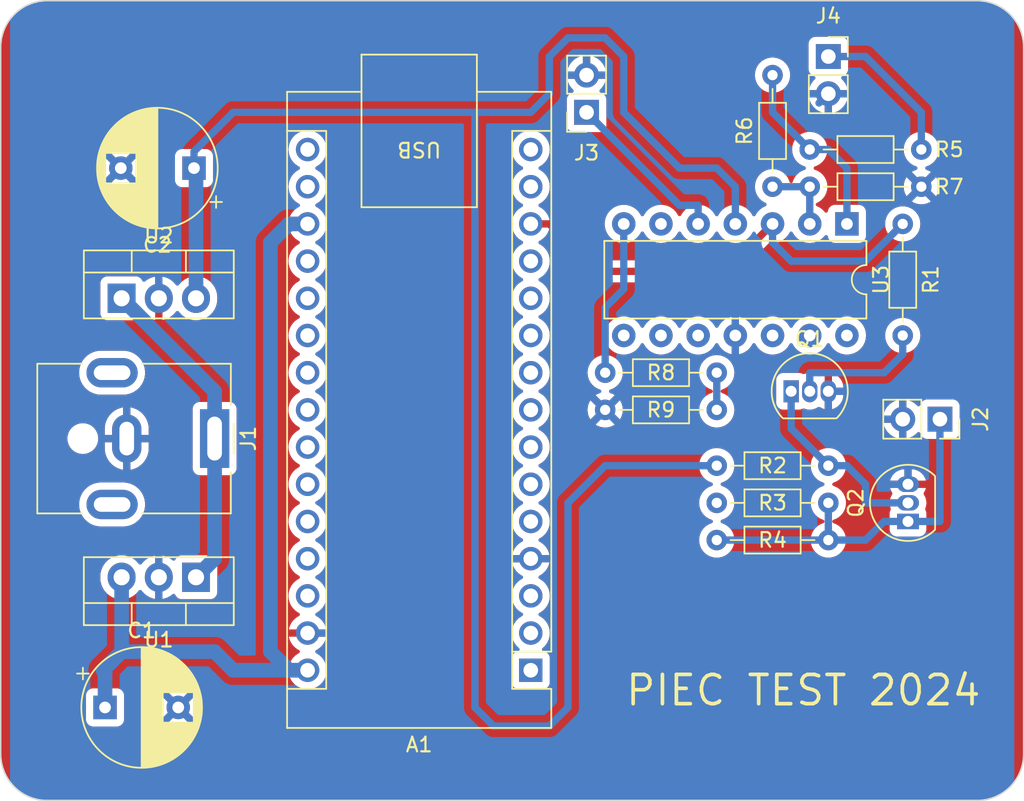
<source format=kicad_pcb>
(kicad_pcb (version 20221018) (generator pcbnew)
  (layers (0 "F.Cu" signal) (31 "B.Cu" signal) (34 "B.Paste" user) (35 "F.Paste" user) (36 "B.SilkS" user "B.Silkscreen") (37 "F.SilkS" user "F.Silkscreen") (38 "B.Mask" user) (39 "F.Mask" user) (44 "Edge.Cuts" user))
  (net 0 "")
  (net 4 "GND")
  (net 13 "D10")
  (net 18 "+5V")
  (net 29 "+8V")
  (net 30 "+12V")
  (net 31 "PWM_OUT_100_1")
  (net 32 "PWM_OUT_100_2")
  (net 33 "Net-(Q1-C)")
  (net 34 "Net-(R8-Pad1)")
  (net 35 "Net-(U3B--)")
  (net 42 "Net-(Q1-B)")
  (net 43 "Net-(R5-Pad2)")
  (net 44 "Net-(U3A--)")
  (net 45 "Net-(J3-Pin_1)")
  (footprint "Resistor_THT:R_Axial_DIN0204_L3.6mm_D1.6mm_P7.62mm_Horizontal" (layer "F.Cu") (at 92.71 60.96 -90)
    (fp_text reference "R1" (at 3.81 -1.92 90) (layer "F.SilkS"))
    (fp_text value "1k")
    (pad "1" thru_hole circle (at 0 0 270) (size 1.4 1.4) (drill 0.7) (layers "*.Cu" "*.Mask") (net 13 "D10"))
    (pad "2" thru_hole oval (at 7.62 0 270) (size 1.4 1.4) (drill 0.7) (layers "*.Cu" "*.Mask") (net 42 "Net-(Q1-B)"))
  )
  (footprint "Connector_PinSocket_2.54mm:PinSocket_1x02_P2.54mm_Vertical" (layer "F.Cu") (at 71.12 53.34 180)
    (fp_text reference "J3" (at 0 -2.77) (layer "F.SilkS"))
    (fp_text value "PWM_IN")
    (pad "1" thru_hole rect (at 0 0 180) (size 1.7 1.7) (drill 1) (layers "*.Cu" "*.Mask") (net 45 "Net-(J3-Pin_1)"))
    (pad "2" thru_hole oval (at 0 2.54 180) (size 1.7 1.7) (drill 1) (layers "*.Cu" "*.Mask") (net 4 "GND"))
  )
  (footprint "Package_TO_SOT_THT:TO-220-3_Vertical" (layer "F.Cu") (at 39.37 66.04)
    (fp_text reference "U2" (at 2.54 -4.27) (layer "F.SilkS"))
    (fp_text value "LM7808_TO220")
    (pad "1" thru_hole rect (at 0 0) (size 1.905 2) (drill 1.1) (layers "*.Cu" "*.Mask") (net 30 "+12V"))
    (pad "2" thru_hole oval (at 2.54 0) (size 1.905 2) (drill 1.1) (layers "*.Cu" "*.Mask") (net 4 "GND"))
    (pad "3" thru_hole oval (at 5.08 0) (size 1.905 2) (drill 1.1) (layers "*.Cu" "*.Mask") (net 29 "+8V"))
  )
  (footprint "Module:Arduino_Nano" (layer "F.Cu") (at 67.31 91.44 180)
    (fp_text reference "A1" (at 7.62 -5.08) (layer "F.SilkS"))
    (fp_text value "Arduino_Nano_v3.x")
    (fp_text user "USB" (at 7.62 35.56 180 unlocked) (layer "F.SilkS"))
    (pad "1" thru_hole rect (at 0 0 180) (size 1.6 1.6) (drill 1) (layers "*.Cu" "*.Mask"))
    (pad "2" thru_hole oval (at 0 2.54 180) (size 1.6 1.6) (drill 1) (layers "*.Cu" "*.Mask"))
    (pad "3" thru_hole oval (at 0 5.08 180) (size 1.6 1.6) (drill 1) (layers "*.Cu" "*.Mask"))
    (pad "4" thru_hole oval (at 0 7.62 180) (size 1.6 1.6) (drill 1) (layers "*.Cu" "*.Mask") (net 4 "GND"))
    (pad "5" thru_hole oval (at 0 10.16 180) (size 1.6 1.6) (drill 1) (layers "*.Cu" "*.Mask"))
    (pad "6" thru_hole oval (at 0 12.7 180) (size 1.6 1.6) (drill 1) (layers "*.Cu" "*.Mask"))
    (pad "7" thru_hole oval (at 0 15.24 180) (size 1.6 1.6) (drill 1) (layers "*.Cu" "*.Mask"))
    (pad "8" thru_hole oval (at 0 17.78 180) (size 1.6 1.6) (drill 1) (layers "*.Cu" "*.Mask"))
    (pad "9" thru_hole oval (at 0 20.32 180) (size 1.6 1.6) (drill 1) (layers "*.Cu" "*.Mask"))
    (pad "10" thru_hole oval (at 0 22.86 180) (size 1.6 1.6) (drill 1) (layers "*.Cu" "*.Mask"))
    (pad "11" thru_hole oval (at 0 25.4 180) (size 1.6 1.6) (drill 1) (layers "*.Cu" "*.Mask"))
    (pad "12" thru_hole oval (at 0 27.94 180) (size 1.6 1.6) (drill 1) (layers "*.Cu" "*.Mask"))
    (pad "13" thru_hole oval (at 0 30.48 180) (size 1.6 1.6) (drill 1) (layers "*.Cu" "*.Mask") (net 13 "D10"))
    (pad "14" thru_hole oval (at 0 33.02 180) (size 1.6 1.6) (drill 1) (layers "*.Cu" "*.Mask"))
    (pad "15" thru_hole oval (at 0 35.56 180) (size 1.6 1.6) (drill 1) (layers "*.Cu" "*.Mask"))
    (pad "16" thru_hole oval (at 15.24 35.56 180) (size 1.6 1.6) (drill 1) (layers "*.Cu" "*.Mask"))
    (pad "17" thru_hole oval (at 15.24 33.02 180) (size 1.6 1.6) (drill 1) (layers "*.Cu" "*.Mask"))
    (pad "18" thru_hole oval (at 15.24 30.48 180) (size 1.6 1.6) (drill 1) (layers "*.Cu" "*.Mask") (net 18 "+5V"))
    (pad "19" thru_hole oval (at 15.24 27.94 180) (size 1.6 1.6) (drill 1) (layers "*.Cu" "*.Mask"))
    (pad "20" thru_hole oval (at 15.24 25.4 180) (size 1.6 1.6) (drill 1) (layers "*.Cu" "*.Mask"))
    (pad "21" thru_hole oval (at 15.24 22.86 180) (size 1.6 1.6) (drill 1) (layers "*.Cu" "*.Mask"))
    (pad "22" thru_hole oval (at 15.24 20.32 180) (size 1.6 1.6) (drill 1) (layers "*.Cu" "*.Mask"))
    (pad "23" thru_hole oval (at 15.24 17.78 180) (size 1.6 1.6) (drill 1) (layers "*.Cu" "*.Mask"))
    (pad "24" thru_hole oval (at 15.24 15.24 180) (size 1.6 1.6) (drill 1) (layers "*.Cu" "*.Mask"))
    (pad "25" thru_hole oval (at 15.24 12.7 180) (size 1.6 1.6) (drill 1) (layers "*.Cu" "*.Mask"))
    (pad "26" thru_hole oval (at 15.24 10.16 180) (size 1.6 1.6) (drill 1) (layers "*.Cu" "*.Mask"))
    (pad "27" thru_hole oval (at 15.24 7.62 180) (size 1.6 1.6) (drill 1) (layers "*.Cu" "*.Mask"))
    (pad "28" thru_hole oval (at 15.24 5.08 180) (size 1.6 1.6) (drill 1) (layers "*.Cu" "*.Mask"))
    (pad "29" thru_hole oval (at 15.24 2.54 180) (size 1.6 1.6) (drill 1) (layers "*.Cu" "*.Mask") (net 4 "GND"))
    (pad "30" thru_hole oval (at 15.24 0 180) (size 1.6 1.6) (drill 1) (layers "*.Cu" "*.Mask") (net 18 "+5V"))
  )
  (footprint "Connector_PinSocket_2.54mm:PinSocket_1x02_P2.54mm_Vertical" (layer "F.Cu") (at 95.25 74.295 -90)
    (fp_text reference "J2" (at 0 -2.77 -270) (layer "F.SilkS"))
    (fp_text value "OUT_TRANSISTOR")
    (pad "1" thru_hole rect (at 0 0 270) (size 1.7 1.7) (drill 1) (layers "*.Cu" "*.Mask") (net 31 "PWM_OUT_100_1"))
    (pad "2" thru_hole oval (at 0 2.54 270) (size 1.7 1.7) (drill 1) (layers "*.Cu" "*.Mask") (net 4 "GND"))
  )
  (footprint "Resistor_THT:R_Axial_DIN0204_L3.6mm_D1.6mm_P7.62mm_Horizontal" (layer "F.Cu") (at 93.98 58.42 180)
    (fp_text reference "R7" (at -1.905 0) (layer "F.SilkS"))
    (fp_text value "1k")
    (pad "1" thru_hole circle (at 0 0 180) (size 1.4 1.4) (drill 0.7) (layers "*.Cu" "*.Mask") (net 4 "GND"))
    (pad "2" thru_hole oval (at 7.62 0 180) (size 1.4 1.4) (drill 0.7) (layers "*.Cu" "*.Mask") (net 44 "Net-(U3A--)"))
  )
  (footprint "Connector_PinSocket_2.54mm:PinSocket_1x02_P2.54mm_Vertical" (layer "F.Cu") (at 87.63 49.53)
    (fp_text reference "J4" (at 0 -2.77) (layer "F.SilkS"))
    (fp_text value "OUT_OPAMP")
    (pad "1" thru_hole rect (at 0 0) (size 1.7 1.7) (drill 1) (layers "*.Cu" "*.Mask") (net 32 "PWM_OUT_100_2"))
    (pad "2" thru_hole oval (at 0 2.54) (size 1.7 1.7) (drill 1) (layers "*.Cu" "*.Mask") (net 4 "GND"))
  )
  (footprint "Resistor_THT:R_Axial_DIN0204_L3.6mm_D1.6mm_P7.62mm_Horizontal" (layer "F.Cu") (at 87.63 80.01 180)
    (fp_text reference "R3" (at 3.81 0) (layer "F.SilkS"))
    (fp_text value "500R")
    (pad "1" thru_hole circle (at 0 0 180) (size 1.4 1.4) (drill 0.7) (layers "*.Cu" "*.Mask") (net 31 "PWM_OUT_100_1"))
    (pad "2" thru_hole oval (at 7.62 0 180) (size 1.4 1.4) (drill 0.7) (layers "*.Cu" "*.Mask") (net 29 "+8V"))
  )
  (footprint "Resistor_THT:R_Axial_DIN0204_L3.6mm_D1.6mm_P7.62mm_Horizontal" (layer "F.Cu") (at 80.01 82.55)
    (fp_text reference "R4" (at 3.81 0) (layer "F.SilkS"))
    (fp_text value "0R")
    (pad "1" thru_hole circle (at 0 0) (size 1.4 1.4) (drill 0.7) (layers "*.Cu" "*.Mask") (net 31 "PWM_OUT_100_1"))
    (pad "2" thru_hole oval (at 7.62 0) (size 1.4 1.4) (drill 0.7) (layers "*.Cu" "*.Mask") (net 31 "PWM_OUT_100_1"))
  )
  (footprint "Resistor_THT:R_Axial_DIN0204_L3.6mm_D1.6mm_P7.62mm_Horizontal" (layer "F.Cu") (at 72.39 73.66)
    (fp_text reference "R9" (at 3.81 0) (layer "F.SilkS"))
    (fp_text value "25k")
    (pad "1" thru_hole circle (at 0 0) (size 1.4 1.4) (drill 0.7) (layers "*.Cu" "*.Mask") (net 4 "GND"))
    (pad "2" thru_hole oval (at 7.62 0) (size 1.4 1.4) (drill 0.7) (layers "*.Cu" "*.Mask") (net 34 "Net-(R8-Pad1)"))
  )
  (footprint "Resistor_THT:R_Axial_DIN0204_L3.6mm_D1.6mm_P7.62mm_Horizontal" (layer "F.Cu") (at 80.01 71.12 180)
    (fp_text reference "R8" (at 3.81 0) (layer "F.SilkS"))
    (fp_text value "15k")
    (pad "1" thru_hole circle (at 0 0 180) (size 1.4 1.4) (drill 0.7) (layers "*.Cu" "*.Mask") (net 34 "Net-(R8-Pad1)"))
    (pad "2" thru_hole oval (at 7.62 0 180) (size 1.4 1.4) (drill 0.7) (layers "*.Cu" "*.Mask") (net 35 "Net-(U3B--)"))
  )
  (footprint "Capacitor_THT:CP_Radial_D8.0mm_P5.00mm" (layer "F.Cu") (at 38.237349 93.98)
    (fp_text reference "C1" (at 2.5 -5.25) (layer "F.SilkS"))
    (fp_text value "C_Polarized")
    (pad "1" thru_hole rect (at 0 0) (size 1.6 1.6) (drill 0.8) (layers "*.Cu" "*.Mask") (net 18 "+5V"))
    (pad "2" thru_hole circle (at 5 0) (size 1.6 1.6) (drill 0.8) (layers "*.Cu" "*.Mask") (net 4 "GND"))
  )
  (footprint "Package_DIP:DIP-14_W7.62mm" (layer "F.Cu") (at 88.9 60.96 -90)
    (fp_text reference "U3" (at 3.81 -2.33 90) (layer "F.SilkS"))
    (fp_text value "LM324")
    (pad "1" thru_hole rect (at 0 0 270) (size 1.6 1.6) (drill 0.8) (layers "*.Cu" "*.Mask") (net 43 "Net-(R5-Pad2)"))
    (pad "2" thru_hole oval (at 0 2.54 270) (size 1.6 1.6) (drill 0.8) (layers "*.Cu" "*.Mask") (net 44 "Net-(U3A--)"))
    (pad "3" thru_hole oval (at 0 5.08 270) (size 1.6 1.6) (drill 0.8) (layers "*.Cu" "*.Mask") (net 13 "D10"))
    (pad "4" thru_hole oval (at 0 7.62 270) (size 1.6 1.6) (drill 0.8) (layers "*.Cu" "*.Mask") (net 29 "+8V"))
    (pad "5" thru_hole oval (at 0 10.16 270) (size 1.6 1.6) (drill 0.8) (layers "*.Cu" "*.Mask") (net 45 "Net-(J3-Pin_1)"))
    (pad "6" thru_hole oval (at 0 12.7 270) (size 1.6 1.6) (drill 0.8) (layers "*.Cu" "*.Mask") (net 35 "Net-(U3B--)"))
    (pad "7" thru_hole oval (at 0 15.24 270) (size 1.6 1.6) (drill 0.8) (layers "*.Cu" "*.Mask") (net 35 "Net-(U3B--)"))
    (pad "8" thru_hole oval (at 7.62 15.24 270) (size 1.6 1.6) (drill 0.8) (layers "*.Cu" "*.Mask"))
    (pad "9" thru_hole oval (at 7.62 12.7 270) (size 1.6 1.6) (drill 0.8) (layers "*.Cu" "*.Mask"))
    (pad "10" thru_hole oval (at 7.62 10.16 270) (size 1.6 1.6) (drill 0.8) (layers "*.Cu" "*.Mask"))
    (pad "11" thru_hole oval (at 7.62 7.62 270) (size 1.6 1.6) (drill 0.8) (layers "*.Cu" "*.Mask") (net 4 "GND"))
    (pad "12" thru_hole oval (at 7.62 5.08 270) (size 1.6 1.6) (drill 0.8) (layers "*.Cu" "*.Mask"))
    (pad "13" thru_hole oval (at 7.62 2.54 270) (size 1.6 1.6) (drill 0.8) (layers "*.Cu" "*.Mask"))
    (pad "14" thru_hole oval (at 7.62 0 270) (size 1.6 1.6) (drill 0.8) (layers "*.Cu" "*.Mask"))
  )
  (footprint "Resistor_THT:R_Axial_DIN0204_L3.6mm_D1.6mm_P7.62mm_Horizontal" (layer "F.Cu") (at 87.63 77.47 180)
    (fp_text reference "R2" (at 3.81 0) (layer "F.SilkS"))
    (fp_text value "1k")
    (pad "1" thru_hole circle (at 0 0 180) (size 1.4 1.4) (drill 0.7) (layers "*.Cu" "*.Mask") (net 33 "Net-(Q1-C)"))
    (pad "2" thru_hole oval (at 7.62 0 180) (size 1.4 1.4) (drill 0.7) (layers "*.Cu" "*.Mask") (net 29 "+8V"))
  )
  (footprint "Capacitor_THT:CP_Radial_D8.0mm_P5.00mm" (layer "F.Cu") (at 44.312651 57.15 180)
    (fp_text reference "C2" (at 2.5 -5.25) (layer "F.SilkS"))
    (fp_text value "C_Polarized")
    (pad "1" thru_hole rect (at 0 0 180) (size 1.6 1.6) (drill 0.8) (layers "*.Cu" "*.Mask") (net 29 "+8V"))
    (pad "2" thru_hole circle (at 5 0 180) (size 1.6 1.6) (drill 0.8) (layers "*.Cu" "*.Mask") (net 4 "GND"))
  )
  (footprint "Connector_BarrelJack:BarrelJack_CUI_PJ-063AH_Horizontal" (layer "F.Cu") (at 45.72 75.62 -90)
    (fp_text reference "J1" (at 0 -2.3 90) (layer "F.SilkS"))
    (fp_text value "Jack-DC")
    (pad "" np_thru_hole circle (at 0 9 270) (size 1.6 1.6) (drill 1.6) (layers "*.Cu" "*.Mask"))
    (pad "1" thru_hole rect (at 0 0 270) (size 4 2) (drill oval 3 1) (layers "*.Cu" "*.Mask") (net 30 "+12V"))
    (pad "2" thru_hole oval (at 0 6 270) (size 3.3 2) (drill oval 2.3 1) (layers "*.Cu" "*.Mask") (net 4 "GND"))
    (pad "MP" thru_hole oval (at -4.5 7 270) (size 2 3.5) (drill oval 1 2.5) (layers "*.Cu" "*.Mask"))
    (pad "MP" thru_hole oval (at 4.5 7 270) (size 2 3.5) (drill oval 1 2.5) (layers "*.Cu" "*.Mask"))
  )
  (footprint "Resistor_THT:R_Axial_DIN0204_L3.6mm_D1.6mm_P7.62mm_Horizontal" (layer "F.Cu") (at 83.82 58.42 90)
    (fp_text reference "R6" (at 3.81 -1.92 90) (layer "F.SilkS"))
    (fp_text value "1k")
    (pad "1" thru_hole circle (at 0 0 90) (size 1.4 1.4) (drill 0.7) (layers "*.Cu" "*.Mask") (net 44 "Net-(U3A--)"))
    (pad "2" thru_hole oval (at 7.62 0 90) (size 1.4 1.4) (drill 0.7) (layers "*.Cu" "*.Mask") (net 43 "Net-(R5-Pad2)"))
  )
  (footprint "Package_TO_SOT_THT:TO-220-3_Vertical" (layer "F.Cu") (at 44.45 85.09 180)
    (fp_text reference "U1" (at 2.54 -4.27) (layer "F.SilkS"))
    (fp_text value "LM7805_TO220")
    (pad "1" thru_hole rect (at 0 0 180) (size 1.905 2) (drill 1.1) (layers "*.Cu" "*.Mask") (net 30 "+12V"))
    (pad "2" thru_hole oval (at 2.54 0 180) (size 1.905 2) (drill 1.1) (layers "*.Cu" "*.Mask") (net 4 "GND"))
    (pad "3" thru_hole oval (at 5.08 0 180) (size 1.905 2) (drill 1.1) (layers "*.Cu" "*.Mask") (net 18 "+5V"))
  )
  (footprint "Package_TO_SOT_THT:TO-92_Inline" (layer "F.Cu") (at 93.07 81.28 90)
    (fp_text reference "Q2" (at 1.27 -3.56 90) (layer "F.SilkS"))
    (fp_text value "BC547")
    (pad "1" thru_hole rect (at 0 0 90) (size 1.05 1.5) (drill 0.75) (layers "*.Cu" "*.Mask") (net 31 "PWM_OUT_100_1"))
    (pad "2" thru_hole oval (at 1.27 0 90) (size 1.05 1.5) (drill 0.75) (layers "*.Cu" "*.Mask") (net 33 "Net-(Q1-C)"))
    (pad "3" thru_hole oval (at 2.54 0 90) (size 1.05 1.5) (drill 0.75) (layers "*.Cu" "*.Mask") (net 4 "GND"))
  )
  (footprint "Resistor_THT:R_Axial_DIN0204_L3.6mm_D1.6mm_P7.62mm_Horizontal" (layer "F.Cu") (at 93.98 55.88 180)
    (fp_text reference "R5" (at -1.905 0) (layer "F.SilkS"))
    (fp_text value "500R")
    (pad "1" thru_hole circle (at 0 0 180) (size 1.4 1.4) (drill 0.7) (layers "*.Cu" "*.Mask") (net 32 "PWM_OUT_100_2"))
    (pad "2" thru_hole oval (at 7.62 0 180) (size 1.4 1.4) (drill 0.7) (layers "*.Cu" "*.Mask") (net 43 "Net-(R5-Pad2)"))
  )
  (footprint "Package_TO_SOT_THT:TO-92_Inline" (layer "F.Cu") (at 85.09 72.39)
    (fp_text reference "Q1" (at 1.27 -3.56) (layer "F.SilkS"))
    (fp_text value "BC547")
    (pad "1" thru_hole rect (at 0 0) (size 1.05 1.5) (drill 0.75) (layers "*.Cu" "*.Mask") (net 33 "Net-(Q1-C)"))
    (pad "2" thru_hole oval (at 1.27 0) (size 1.05 1.5) (drill 0.75) (layers "*.Cu" "*.Mask") (net 42 "Net-(Q1-B)"))
    (pad "3" thru_hole oval (at 2.54 0) (size 1.05 1.5) (drill 0.75) (layers "*.Cu" "*.Mask") (net 4 "GND"))
  )
  (gr_line (start 97.79 45.72) (end 34.29 45.72) (stroke (width 0.1)) (layer "Edge.Cuts"))
  (gr_line (start 31.115 48.895) (end 31.115 97.155) (stroke (width 0.1)) (layer "Edge.Cuts"))
  (gr_line (start 34.29 100.33) (end 97.79 100.33) (stroke (width 0.1)) (layer "Edge.Cuts"))
  (gr_arc (start 97.79 45.72) (mid 100.035064 46.649936) (end 100.965 48.895) (stroke (width 0.1)) (layer "Edge.Cuts"))
  (gr_arc (start 100.965 97.155) (mid 100.035064 99.400064) (end 97.79 100.33) (stroke (width 0.1)) (layer "Edge.Cuts"))
  (gr_arc (start 31.115 48.895) (mid 32.044936 46.649936) (end 34.29 45.72) (stroke (width 0.1)) (layer "Edge.Cuts"))
  (gr_line (start 100.965 97.155) (end 100.965 48.895) (stroke (width 0.1)) (layer "Edge.Cuts"))
  (gr_arc (start 34.29 100.33) (mid 32.044936 99.400064) (end 31.115 97.155) (stroke (width 0.1)) (layer "Edge.Cuts"))
  (gr_text "PIEC TEST 2024" (at 73.66 93.98) (layer "F.SilkS") (effects (font (size 2 2) (thickness 0.25)) (justify left bottom)))
  (segment (start 86.995 52.705) (end 87.63 52.07) (width 0.5) (layer "B.Cu") (net 4))
  (segment (start 69.85 63.5) (end 69.85 62.23) (width 0.5) (layer "F.Cu") (net 13))
  (segment (start 83.82 60.96) (end 80.58 64.2) (width 0.5) (layer "F.Cu") (net 13))
  (segment (start 70.55 64.2) (end 69.85 63.5) (width 0.5) (layer "F.Cu") (net 13))
  (segment (start 69.85 62.23) (end 68.58 60.96) (width 0.5) (layer "F.Cu") (net 13))
  (segment (start 80.58 64.2) (end 70.55 64.2) (width 0.5) (layer "F.Cu") (net 13))
  (segment (start 68.58 60.96) (end 67.31 60.96) (width 0.5) (layer "F.Cu") (net 13))
  (segment (start 83.82 62.23) (end 85.09 63.5) (width 0.5) (layer "B.Cu") (net 13))
  (segment (start 90.17 63.5) (end 92.71 60.96) (width 0.5) (layer "B.Cu") (net 13))
  (segment (start 85.09 63.5) (end 90.17 63.5) (width 0.5) (layer "B.Cu") (net 13))
  (segment (start 83.82 60.96) (end 83.82 62.23) (width 0.5) (layer "B.Cu") (net 13))
  (segment (start 39.37 85.09) (end 39.37 90.17) (width 1) (layer "B.Cu") (net 18))
  (segment (start 45.72 90.17) (end 39.37 90.17) (width 1) (layer "B.Cu") (net 18))
  (segment (start 52.07 91.44) (end 46.99 91.44) (width 1) (layer "B.Cu") (net 18))
  (segment (start 39.37 90.17) (end 38.1 91.44) (width 1) (layer "B.Cu") (net 18))
  (segment (start 50.8 91.44) (end 52.07 91.44) (width 1) (layer "B.Cu") (net 18))
  (segment (start 52.07 60.96) (end 50.8 60.96) (width 1) (layer "B.Cu") (net 18))
  (segment (start 49.53 90.17) (end 50.8 91.44) (width 1) (layer "B.Cu") (net 18))
  (segment (start 38.237349 91.577349) (end 38.237349 93.98) (width 1) (layer "B.Cu") (net 18))
  (segment (start 46.99 91.44) (end 45.72 90.17) (width 1) (layer "B.Cu") (net 18))
  (segment (start 38.1 91.44) (end 38.237349 91.577349) (width 1) (layer "B.Cu") (net 18))
  (segment (start 50.8 60.96) (end 49.53 62.23) (width 1) (layer "B.Cu") (net 18))
  (segment (start 49.53 62.23) (end 49.53 90.17) (width 1) (layer "B.Cu") (net 18))
  (segment (start 68.58 52.07) (end 68.58 49.53) (width 0.5) (layer "B.Cu") (net 29))
  (segment (start 68.58 95.25) (end 64.77 95.25) (width 0.5) (layer "B.Cu") (net 29))
  (segment (start 44.312651 56.017349) (end 46.99 53.34) (width 0.5) (layer "B.Cu") (net 29))
  (segment (start 63.5 93.98) (end 63.5 53.34) (width 0.5) (layer "B.Cu") (net 29))
  (segment (start 67.31 53.34) (end 68.58 52.07) (width 0.5) (layer "B.Cu") (net 29))
  (segment (start 69.85 80.01) (end 69.85 93.98) (width 0.5) (layer "B.Cu") (net 29))
  (segment (start 69.85 93.98) (end 68.58 95.25) (width 0.5) (layer "B.Cu") (net 29))
  (segment (start 80.01 57.15) (end 81.28 58.42) (width 0.5) (layer "B.Cu") (net 29))
  (segment (start 77.47 57.15) (end 80.01 57.15) (width 0.5) (layer "B.Cu") (net 29))
  (segment (start 64.77 95.25) (end 63.5 93.98) (width 0.5) (layer "B.Cu") (net 29))
  (segment (start 73.66 53.34) (end 77.47 57.15) (width 0.5) (layer "B.Cu") (net 29))
  (segment (start 44.312651 57.15) (end 44.312651 56.017349) (width 0.5) (layer "B.Cu") (net 29))
  (segment (start 69.85 48.26) (end 72.39 48.26) (width 0.5) (layer "B.Cu") (net 29))
  (segment (start 46.99 53.34) (end 67.31 53.34) (width 0.5) (layer "B.Cu") (net 29))
  (segment (start 72.39 77.47) (end 69.85 80.01) (width 0.5) (layer "B.Cu") (net 29))
  (segment (start 72.39 48.26) (end 73.66 49.53) (width 0.5) (layer "B.Cu") (net 29))
  (segment (start 68.58 49.53) (end 69.85 48.26) (width 0.5) (layer "B.Cu") (net 29))
  (segment (start 44.45 57.287349) (end 44.312651 57.15) (width 1) (layer "B.Cu") (net 29))
  (segment (start 73.66 49.53) (end 73.66 53.34) (width 0.5) (layer "B.Cu") (net 29))
  (segment (start 81.28 58.42) (end 81.28 60.96) (width 0.5) (layer "B.Cu") (net 29))
  (segment (start 80.01 77.47) (end 72.39 77.47) (width 0.5) (layer "B.Cu") (net 29))
  (segment (start 44.45 66.04) (end 44.45 57.287349) (width 1) (layer "B.Cu") (net 29))
  (segment (start 45.72 83.82) (end 44.45 85.09) (width 1) (layer "B.Cu") (net 30))
  (segment (start 45.72 75.62) (end 45.72 83.82) (width 1) (layer "B.Cu") (net 30))
  (segment (start 45.72 72.39) (end 45.72 75.62) (width 1) (layer "B.Cu") (net 30))
  (segment (start 39.37 66.04) (end 45.72 72.39) (width 1) (layer "B.Cu") (net 30))
  (segment (start 91.44 81.28) (end 90.17 82.55) (width 0.5) (layer "B.Cu") (net 31))
  (segment (start 87.63 80.01) (end 87.63 82.55) (width 0.5) (layer "B.Cu") (net 31))
  (segment (start 95.25 74.295) (end 95.25 81.28) (width 0.5) (layer "B.Cu") (net 31))
  (segment (start 87.63 82.55) (end 80.01 82.55) (width 0.5) (layer "B.Cu") (net 31))
  (segment (start 90.17 82.55) (end 87.63 82.55) (width 0.5) (layer "B.Cu") (net 31))
  (segment (start 95.25 81.28) (end 93.07 81.28) (width 0.5) (layer "B.Cu") (net 31))
  (segment (start 93.07 81.28) (end 91.44 81.28) (width 0.5) (layer "B.Cu") (net 31))
  (segment (start 93.98 53.34) (end 93.98 55.88) (width 0.5) (layer "B.Cu") (net 32))
  (segment (start 87.63 49.53) (end 90.17 49.53) (width 0.5) (layer "B.Cu") (net 32))
  (segment (start 90.17 49.53) (end 93.98 53.34) (width 0.5) (layer "B.Cu") (net 32))
  (segment (start 85.09 72.39) (end 85.09 74.93) (width 0.5) (layer "B.Cu") (net 33))
  (segment (start 87.63 77.47) (end 88.9 77.47) (width 0.5) (layer "B.Cu") (net 33))
  (segment (start 85.09 74.93) (end 87.63 77.47) (width 0.5) (layer "B.Cu") (net 33))
  (segment (start 90.17 78.74) (end 90.17 80.01) (width 0.5) (layer "B.Cu") (net 33))
  (segment (start 88.9 77.47) (end 90.17 78.74) (width 0.5) (layer "B.Cu") (net 33))
  (segment (start 90.17 80.01) (end 93.07 80.01) (width 0.5) (layer "B.Cu") (net 33))
  (segment (start 80.01 71.12) (end 80.01 73.66) (width 0.5) (layer "B.Cu") (net 34))
  (segment (start 72.39 66.675) (end 72.39 71.12) (width 0.5) (layer "B.Cu") (net 35))
  (segment (start 73.66 60.96) (end 73.66 65.405) (width 0.5) (layer "B.Cu") (net 35))
  (segment (start 73.66 65.405) (end 72.39 66.675) (width 0.5) (layer "B.Cu") (net 35))
  (segment (start 92.71 68.58) (end 92.71 69.85) (width 0.5) (layer "B.Cu") (net 42))
  (segment (start 91.44 71.12) (end 86.38 71.12) (width 0.5) (layer "B.Cu") (net 42))
  (segment (start 86.36 71.14) (end 86.36 72.39) (width 0.5) (layer "B.Cu") (net 42))
  (segment (start 92.71 69.85) (end 91.44 71.12) (width 0.5) (layer "B.Cu") (net 42))
  (segment (start 86.38 71.12) (end 86.36 71.14) (width 0.5) (layer "B.Cu") (net 42))
  (segment (start 86.36 55.88) (end 87.63 55.88) (width 0.5) (layer "B.Cu") (net 43))
  (segment (start 87.63 55.88) (end 88.9 57.15) (width 0.5) (layer "B.Cu") (net 43))
  (segment (start 88.9 57.15) (end 88.9 60.96) (width 0.5) (layer "B.Cu") (net 43))
  (segment (start 83.82 53.34) (end 83.82 50.8) (width 0.5) (layer "B.Cu") (net 43))
  (segment (start 86.36 55.88) (end 83.82 53.34) (width 0.5) (layer "B.Cu") (net 43))
  (segment (start 86.36 58.42) (end 83.82 58.42) (width 0.5) (layer "B.Cu") (net 44))
  (segment (start 86.36 58.42) (end 86.36 60.96) (width 0.5) (layer "B.Cu") (net 44))
  (segment (start 71.12 53.34) (end 77.47 59.69) (width 0.5) (layer "B.Cu") (net 45))
  (segment (start 78.74 59.69) (end 78.74 60.96) (width 0.5) (layer "B.Cu") (net 45))
  (segment (start 77.47 59.69) (end 78.74 59.69) (width 0.5) (layer "B.Cu") (net 45))
  (zone (net 4) (net_name "GND") (layer "F.Cu") (connect_pads (clearance 0.5)) (min_thickness 0.25) (fill yes (thermal_gap 0.5) (thermal_bridge_width 0.5))
    (polygon (pts (xy 100.965 45.72) (xy 31.115 45.72) (xy 31.115 100.33) (xy 100.965 100.33)))
  )
  (zone (net 4) (net_name "GND") (layer "B.Cu") (priority 1) (connect_pads (clearance 0.5)) (min_thickness 0.25) (fill yes (thermal_gap 0.5) (thermal_bridge_width 0.5))
    (polygon (pts (xy 31.75 45.72) (xy 100.33 45.72) (xy 100.33 100.33) (xy 31.75 100.33)))
  )
)
</source>
